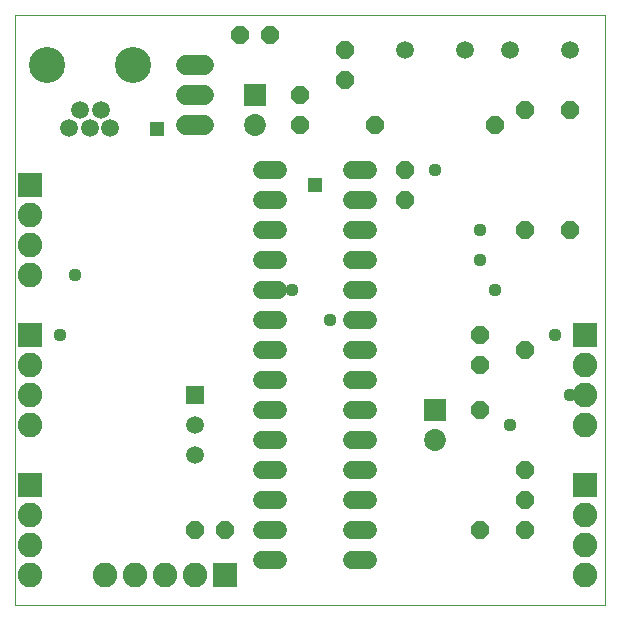
<source format=gbs>
G75*
G70*
%OFA0B0*%
%FSLAX24Y24*%
%IPPOS*%
%LPD*%
%AMOC8*
5,1,8,0,0,1.08239X$1,22.5*
%
%ADD10C,0.0000*%
%ADD11C,0.0600*%
%ADD12C,0.0595*%
%ADD13OC8,0.0600*%
%ADD14R,0.0595X0.0595*%
%ADD15R,0.0730X0.0730*%
%ADD16C,0.0730*%
%ADD17R,0.0820X0.0820*%
%ADD18C,0.0820*%
%ADD19C,0.0680*%
%ADD20C,0.1202*%
%ADD21R,0.0476X0.0476*%
%ADD22C,0.0437*%
D10*
X000181Y000181D02*
X000181Y019866D01*
X019866Y019866D01*
X019866Y000181D01*
X000181Y000181D01*
D11*
X008421Y001681D02*
X008941Y001681D01*
X008941Y002681D02*
X008421Y002681D01*
X008421Y003681D02*
X008941Y003681D01*
X008941Y004681D02*
X008421Y004681D01*
X008421Y005681D02*
X008941Y005681D01*
X008941Y006681D02*
X008421Y006681D01*
X008421Y007681D02*
X008941Y007681D01*
X008941Y008681D02*
X008421Y008681D01*
X008421Y009681D02*
X008941Y009681D01*
X008941Y010681D02*
X008421Y010681D01*
X008421Y011681D02*
X008941Y011681D01*
X008941Y012681D02*
X008421Y012681D01*
X008421Y013681D02*
X008941Y013681D01*
X008941Y014681D02*
X008421Y014681D01*
X011421Y014681D02*
X011941Y014681D01*
X011941Y013681D02*
X011421Y013681D01*
X011421Y012681D02*
X011941Y012681D01*
X011941Y011681D02*
X011421Y011681D01*
X011421Y010681D02*
X011941Y010681D01*
X011941Y009681D02*
X011421Y009681D01*
X011421Y008681D02*
X011941Y008681D01*
X011941Y007681D02*
X011421Y007681D01*
X011421Y006681D02*
X011941Y006681D01*
X011941Y005681D02*
X011421Y005681D01*
X011421Y004681D02*
X011941Y004681D01*
X011941Y003681D02*
X011421Y003681D01*
X011421Y002681D02*
X011941Y002681D01*
X011941Y001681D02*
X011421Y001681D01*
D12*
X006181Y005181D03*
X006181Y006181D03*
X003351Y016081D03*
X002681Y016081D03*
X002351Y016701D03*
X003041Y016701D03*
X001981Y016081D03*
X013181Y018681D03*
X015181Y018681D03*
X016681Y018681D03*
X018681Y018681D03*
D13*
X018681Y016681D03*
X017181Y016681D03*
X016181Y016181D03*
X013181Y014681D03*
X013181Y013681D03*
X012181Y016181D03*
X011181Y017681D03*
X011181Y018681D03*
X009681Y017181D03*
X009681Y016181D03*
X008681Y019181D03*
X007681Y019181D03*
X017181Y012681D03*
X018681Y012681D03*
X015681Y009181D03*
X015681Y008181D03*
X015681Y006681D03*
X017181Y004681D03*
X017181Y003681D03*
X017181Y002681D03*
X015681Y002681D03*
X017181Y008681D03*
X007181Y002681D03*
X006181Y002681D03*
D14*
X006181Y007181D03*
D15*
X014181Y006681D03*
X008181Y017181D03*
D16*
X008181Y016181D03*
X014181Y005681D03*
D17*
X019181Y004181D03*
X019181Y009181D03*
X007181Y001181D03*
X000681Y004181D03*
X000681Y009181D03*
X000681Y014181D03*
D18*
X000681Y013181D03*
X000681Y012181D03*
X000681Y011181D03*
X000681Y008181D03*
X000681Y007181D03*
X000681Y006181D03*
X000681Y003181D03*
X000681Y002181D03*
X000681Y001181D03*
X003181Y001181D03*
X004181Y001181D03*
X005181Y001181D03*
X006181Y001181D03*
X019181Y001181D03*
X019181Y002181D03*
X019181Y003181D03*
X019181Y006181D03*
X019181Y007181D03*
X019181Y008181D03*
D19*
X006481Y016181D02*
X005881Y016181D01*
X005881Y017181D02*
X006481Y017181D01*
X006481Y018181D02*
X005881Y018181D01*
D20*
X004118Y018181D03*
X001244Y018181D03*
D21*
X004931Y016056D03*
X010181Y014181D03*
D22*
X009431Y010681D03*
X010681Y009681D03*
X015681Y011681D03*
X015681Y012681D03*
X016181Y010681D03*
X018181Y009181D03*
X018681Y007181D03*
X016681Y006181D03*
X014181Y014681D03*
X002181Y011181D03*
X001681Y009181D03*
M02*

</source>
